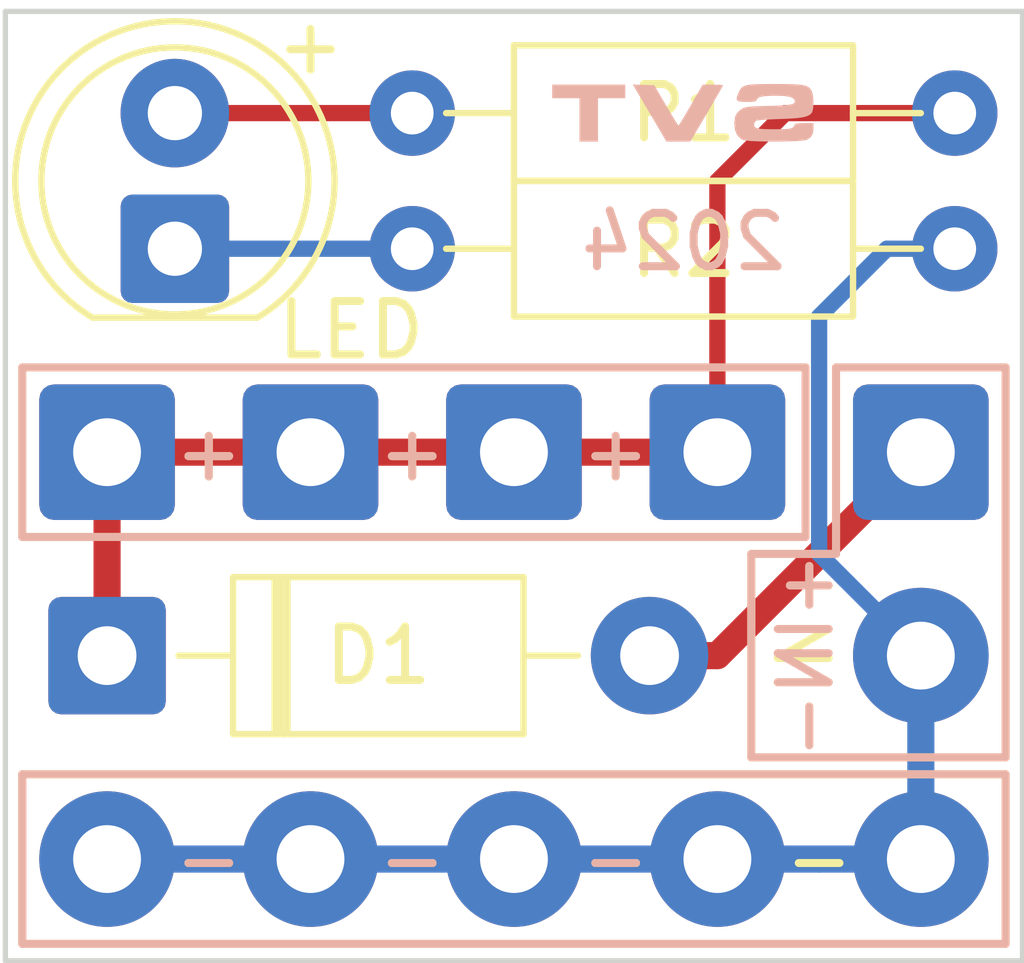
<source format=kicad_pcb>
(kicad_pcb (version 20211014) (generator pcbnew)
  (layers (0 "F.Cu" signal) (31 "B.Cu" signal) (34 "B.Paste" user) (35 "F.Paste" user) (36 "B.SilkS" user "B.Silkscreen") (37 "F.SilkS" user "F.Silkscreen") (38 "B.Mask" user) (39 "F.Mask" user) (44 "Edge.Cuts" user))
  (net 0 "")
  (net 1 "Net-(D2-Pad1)")
  (net 2 "Net-(R1-Pad1)")
  (net 3 "/V+")
  (net 4 "/V-IN")
  (net 5 "/GND")
  (footprint "1-Sanj:SolderWire-0.5sqmm_1x01_D1.27mm_OD2.54mm" (layer "F.Cu") (at 127 53.34)
    (fp_text reference "V3" hide)
    (fp_text value "Conn_01x01_Female" hide)
    (pad "1" thru_hole roundrect (at 0 0) (size 2.54 2.54) (drill 1.27) (layers *.Cu *.Mask) (roundrect_rratio 0.108696) (net 3 "/V+"))
  )
  (footprint "1-Sanj:SolderWire-0.5sqmm_1x01_D1.27mm_OD2.54mm" (layer "F.Cu") (at 123.19 60.96)
    (fp_text reference "G6" hide)
    (fp_text value "Conn_01x01_Female" hide)
    (pad "1" thru_hole circle (at 0 0) (size 2.54 2.54) (drill 1.27) (layers *.Cu *.Mask) (net 5 "/GND"))
  )
  (footprint "1-Sanj:SolderWire-0.5sqmm_1x01_D1.27mm_OD2.54mm" (layer "F.Cu") (at 134.62 53.34)
    (fp_text reference "V5" hide)
    (fp_text value "Conn_01x01_Female" hide)
    (pad "1" thru_hole roundrect (at 0 0) (size 2.54 2.54) (drill 1.27) (layers *.Cu *.Mask) (roundrect_rratio 0.108696) (net 3 "/V+"))
  )
  (footprint "1-Sanj:SolderWire-0.5sqmm_1x01_D1.27mm_OD2.54mm" (layer "F.Cu") (at 138.43 53.34)
    (fp_text reference "V1" hide)
    (fp_text value "Conn_01x01_Female" hide)
    (pad "1" thru_hole roundrect (at 0 0) (size 2.54 2.54) (drill 1.27) (layers *.Cu *.Mask) (roundrect_rratio 0.108696) (net 4 "/V-IN"))
  )
  (footprint "1-Sanj:R_Axial_DIN0207_L6.3mm_D2.5mm_P10.16mm_Horizontal" (layer "F.Cu") (at 128.905 49.53)
    (fp_text reference "R2" (at 5.08 0) (layer "F.SilkS"))
    (fp_text value "R_US" hide)
    (fp_line (start 8.255 -1.27) (end 8.255 1.27) (layer "F.SilkS") (width 0.12))
    (fp_line (start 1.905 0) (end 0.635 0) (layer "F.SilkS") (width 0.12))
    (fp_line (start 1.905 1.27) (end 1.905 -1.27) (layer "F.SilkS") (width 0.12))
    (fp_line (start 8.255 1.27) (end 1.905 1.27) (layer "F.SilkS") (width 0.12))
    (fp_line (start 8.255 0) (end 9.525 0) (layer "F.SilkS") (width 0.12))
    (fp_line (start 1.905 -1.27) (end 8.255 -1.27) (layer "F.SilkS") (width 0.12))
    (pad "1" thru_hole circle (at 0 0) (size 1.6 1.6) (drill 0.8) (layers *.Cu *.Mask) (net 1 "Net-(D2-Pad1)"))
    (pad "2" thru_hole oval (at 10.16 0) (size 1.6 1.6) (drill 0.8) (layers *.Cu *.Mask) (net 5 "/GND"))
  )
  (footprint "1-Sanj:SolderWire-0.5sqmm_1x01_D1.27mm_OD2.54mm" (layer "F.Cu") (at 127 60.96)
    (fp_text reference "G5" hide)
    (fp_text value "Conn_01x01_Female" hide)
    (pad "1" thru_hole circle (at 0 0) (size 2.54 2.54) (drill 1.27) (layers *.Cu *.Mask) (net 5 "/GND"))
  )
  (footprint "1-Sanj:SolderWire-0.5sqmm_1x01_D1.27mm_OD2.54mm" (layer "F.Cu") (at 138.43 60.96)
    (fp_text reference "G2" hide)
    (fp_text value "Conn_01x01_Female" hide)
    (pad "1" thru_hole circle (at 0 0) (size 2.54 2.54) (drill 1.27) (layers *.Cu *.Mask) (net 5 "/GND"))
  )
  (footprint "1-Sanj:SolderWire-0.5sqmm_1x01_D1.27mm_OD2.54mm" (layer "F.Cu") (at 130.81 53.34)
    (fp_text reference "V4" hide)
    (fp_text value "Conn_01x01_Female" hide)
    (pad "1" thru_hole roundrect (at 0 0) (size 2.54 2.54) (drill 1.27) (layers *.Cu *.Mask) (roundrect_rratio 0.108696) (net 3 "/V+"))
  )
  (footprint "Diode_THT:D_DO-41_SOD81_P10.16mm_Horizontal" (layer "F.Cu") (at 123.19 57.15)
    (fp_text reference "D1" (at 5.08 0) (layer "F.SilkS"))
    (fp_text value "1N5817" hide)
    (fp_line (start 8.82 0) (end 7.8 0) (layer "F.SilkS") (width 0.12))
    (fp_line (start 2.36 -1.47) (end 2.36 1.47) (layer "F.SilkS") (width 0.12))
    (fp_line (start 3.14 -1.47) (end 3.14 1.47) (layer "F.SilkS") (width 0.12))
    (fp_line (start 3.38 -1.47) (end 3.38 1.47) (layer "F.SilkS") (width 0.12))
    (fp_line (start 7.8 -1.47) (end 2.36 -1.47) (layer "F.SilkS") (width 0.12))
    (fp_line (start 3.26 -1.47) (end 3.26 1.47) (layer "F.SilkS") (width 0.12))
    (fp_line (start 1.34 0) (end 2.36 0) (layer "F.SilkS") (width 0.12))
    (fp_line (start 2.36 1.47) (end 7.8 1.47) (layer "F.SilkS") (width 0.12))
    (fp_line (start 7.8 1.47) (end 7.8 -1.47) (layer "F.SilkS") (width 0.12))
    (pad "1" thru_hole roundrect (at 0 0) (size 2.2 2.2) (drill 1.1) (layers *.Cu *.Mask) (roundrect_rratio 0.108696) (net 3 "/V+"))
    (pad "2" thru_hole oval (at 10.16 0) (size 2.2 2.2) (drill 1.1) (layers *.Cu *.Mask) (net 4 "/V-IN"))
  )
  (footprint "1-Sanj:SolderWire-0.5sqmm_1x01_D1.27mm_OD2.54mm" (layer "F.Cu") (at 123.19 53.34)
    (fp_text reference "V2" hide)
    (fp_text value "Conn_01x01_Female" hide)
    (pad "1" thru_hole roundrect (at 0 0) (size 2.54 2.54) (drill 1.27) (layers *.Cu *.Mask) (roundrect_rratio 0.108696) (net 3 "/V+"))
  )
  (footprint "LED_THT:LED_D5.0mm" (layer "F.Cu") (at 124.46 49.53 90)
    (fp_text reference "D2" hide)
    (fp_text value "LED" (at -1.524 3.302) (layer "F.SilkS"))
    (fp_line (start -1.29 -1.545) (end -1.29 1.545) (layer "F.SilkS") (width 0.12))
    (fp_arc (start 4.26 -0.000462) (mid 2.072002 2.880433) (end -1.29 1.54483) (layer "F.SilkS") (width 0.12))
    (fp_arc (start -1.29 -1.54483) (mid 2.072002 -2.880433) (end 4.26 0.000462) (layer "F.SilkS") (width 0.12))
    (fp_circle (center 1.27 0) (end 3.77 0) (layer "F.SilkS") (width 0.12) (fill none))
    (pad "1" thru_hole roundrect (at 0 0 90) (size 2.032 2.032) (drill 1.016) (layers *.Cu *.Mask) (roundrect_rratio 0.108696) (net 1 "Net-(D2-Pad1)"))
    (pad "2" thru_hole circle (at 2.54 0 90) (size 2.032 2.032) (drill 1.016) (layers *.Cu *.Mask) (net 2 "Net-(R1-Pad1)"))
  )
  (footprint "1-Sanj:SolderWire-0.5sqmm_1x01_D1.27mm_OD2.54mm" (layer "F.Cu") (at 134.62 60.96)
    (fp_text reference "G3" hide)
    (fp_text value "Conn_01x01_Female" hide)
    (pad "1" thru_hole circle (at 0 0) (size 2.54 2.54) (drill 1.27) (layers *.Cu *.Mask) (net 5 "/GND"))
  )
  (footprint "1-Sanj:SolderWire-0.5sqmm_1x01_D1.27mm_OD2.54mm" (layer "F.Cu") (at 130.81 60.96)
    (fp_text reference "G4" hide)
    (fp_text value "Conn_01x01_Female" hide)
    (pad "1" thru_hole circle (at 0 0) (size 2.54 2.54) (drill 1.27) (layers *.Cu *.Mask) (net 5 "/GND"))
  )
  (footprint "1-Sanj:R_Axial_DIN0207_L6.3mm_D2.5mm_P10.16mm_Horizontal" (layer "F.Cu") (at 128.905 46.99)
    (fp_text reference "R1" (at 5.08 0) (layer "F.SilkS"))
    (fp_text value "R_US" hide)
    (fp_line (start 1.905 1.27) (end 1.905 -1.27) (layer "F.SilkS") (width 0.12))
    (fp_line (start 1.905 -1.27) (end 8.255 -1.27) (layer "F.SilkS") (width 0.12))
    (fp_line (start 8.255 1.27) (end 1.905 1.27) (layer "F.SilkS") (width 0.12))
    (fp_line (start 8.255 -1.27) (end 8.255 1.27) (layer "F.SilkS") (width 0.12))
    (fp_line (start 8.255 0) (end 9.525 0) (layer "F.SilkS") (width 0.12))
    (fp_line (start 1.905 0) (end 0.635 0) (layer "F.SilkS") (width 0.12))
    (pad "1" thru_hole circle (at 0 0) (size 1.6 1.6) (drill 0.8) (layers *.Cu *.Mask) (net 2 "Net-(R1-Pad1)"))
    (pad "2" thru_hole oval (at 10.16 0) (size 1.6 1.6) (drill 0.8) (layers *.Cu *.Mask) (net 3 "/V+"))
  )
  (footprint "1-Sanj:SolderWire-0.5sqmm_1x01_D1.27mm_OD2.54mm" (layer "F.Cu") (at 138.43 57.15)
    (fp_text reference "G1" hide)
    (fp_text value "Conn_01x01_Female" hide)
    (pad "1" thru_hole circle (at 0 0) (size 2.54 2.54) (drill 1.27) (layers *.Cu *.Mask) (net 5 "/GND"))
  )
  (footprint "1-Sanj:SVT_0200" (layer "B.Cu") (at 133.985 46.99 180)
    (fp_text reference "G***" hide)
    (fp_text value "LOGO" hide)
    (fp_poly (pts (xy -1.519833 0.54499) (xy -1.3763 0.542176) (xy -1.267428 0.535746) (xy -1.187354 0.524275) (xy -1.130215 0.50634) (xy -1.090148 0.480518) (xy -1.061291 0.445383) (xy -1.03778 0.399514) (xy -1.0303 0.382029) (xy -1.000613 0.302805) (xy -0.995101 0.252243) (xy -1.019275 0.223986) (xy -1.078644 0.211676) (xy -1.178717 0.208958) (xy -1.180308 0.208958) (xy -1.273545 0.210327) (xy -1.330252 0.215881) (xy -1.360246 0.227792) (xy -1.373347 0.24823) (xy -1.374385 0.251872) (xy -1.395064 0.282184) (xy -1.442289 0.303572) (xy -1.521375 0.317097) (xy -1.637637 0.323819) (xy -1.741115 0.325045) (xy -1.882113 0.320547) (xy -1.982294 0.30626) (xy -2.046431 0.281) (xy -2.079297 0.243581) (xy -2.080436 0.240775) (xy -2.085851 0.210065) (xy -2.072485 0.186247) (xy -2.035597 0.168294) (xy -1.970446 0.155181) (xy -1.87229 0.145885) (xy -1.736389 0.139379) (xy -1.593063 0.135398) (xy -1.438906 0.131404) (xy -1.323614 0.1268) (xy -1.239661 0.120743) (xy -1.179521 0.112394) (xy -1.135666 0.100909) (xy -1.100569 0.085449) (xy -1.08917 0.079064) (xy -1.013272 0.019163) (xy -0.96942 -0.058199) (xy -0.952207 -0.16387) (xy -0.951428 -0.19735) (xy -0.96631 -0.324909) (xy -1.009967 -0.423627) (xy -1.0798 -0.488593) (xy -1.113424 -0.503672) (xy -1.168735 -0.514186) (xy -1.260537 -0.52239) (xy -1.380281 -0.528309) (xy -1.519417 -0.531966) (xy -1.669396 -0.533388) (xy -1.821669 -0.532599) (xy -1.967685 -0.529624) (xy -2.098895 -0.52449) (xy -2.206749 -0.517219) (xy -2.282698 -0.507838) (xy -2.312009 -0.500158) (xy -2.383593 -0.453571) (xy -2.422988 -0.385318) (xy -2.435592 -0.285792) (xy -2.435616 -0.280137) (xy -2.435616 -0.185741) (xy -2.261644 -0.185741) (xy -2.17849 -0.18838) (xy -2.116975 -0.195362) (xy -2.088432 -0.205282) (xy -2.087671 -0.2073) (xy -2.072868 -0.239434) (xy -2.05122 -0.265344) (xy -2.027661 -0.280558) (xy -1.987625 -0.291042) (xy -1.923606 -0.297568) (xy -1.828101 -0.300906) (xy -1.696315 -0.301829) (xy -1.555529 -0.300575) (xy -1.454675 -0.295707) (xy -1.387334 -0.285566) (xy -1.347087 -0.268494) (xy -1.327515 -0.24283) (xy -1.322198 -0.206916) (xy -1.322191 -0.205132) (xy -1.34077 -0.16112) (xy -1.362785 -0.143115) (xy -1.398505 -0.135582) (xy -1.472167 -0.127842) (xy -1.575326 -0.120516) (xy -1.699538 -0.114223) (xy -1.809315 -0.110323) (xy -1.991399 -0.103165) (xy -2.132734 -0.092711) (xy -2.238914 -0.077752) (xy -2.315535 -0.057076) (xy -2.368194 -0.029475) (xy -2.402486 0.006264) (xy -2.410553 0.019725) (xy -2.42754 0.080652) (xy -2.434625 0.168933) (xy -2.432197 0.266646) (xy -2.420648 0.355867) (xy -2.401915 0.415798) (xy -2.377608 0.454881) (xy -2.346124 0.485331) (xy -2.30181 0.5082) (xy -2.239017 0.524538) (xy -2.15209 0.535397) (xy -2.03538 0.541828) (xy -1.883233 0.544882) (xy -1.703889 0.545612)) (layer "B.SilkS") (width 0) (fill solid))
    (fp_poly (pts (xy 0.774478 0.238877) (xy 0.696555 0.107008) (xy 0.612125 -0.036247) (xy 0.531048 -0.174133) (xy 0.463187 -0.289897) (xy 0.459604 -0.296024) (xy 0.320484 -0.534004) (xy 0.096452 -0.533879) (xy -0.12758 -0.533753) (xy -0.434931 -0.012369) (xy -0.517429 0.128039) (xy -0.591558 0.255086) (xy -0.65421 0.363372) (xy -0.702275 0.447496) (xy -0.732644 0.502059) (xy -0.742283 0.52151) (xy -0.720891 0.52721) (xy -0.663922 0.531495) (xy -0.582187 0.533669) (xy -0.550913 0.533805) (xy -0.359543 0.533606) (xy -0.139178 0.150914) (xy -0.069868 0.031624) (xy -0.00818 -0.07251) (xy 0.042111 -0.15528) (xy 0.07723 -0.21048) (xy 0.093401 -0.231902) (xy 0.093685 -0.231977) (xy 0.108727 -0.212962) (xy 0.143103 -0.15993) (xy 0.192981 -0.079095) (xy 0.254528 0.023329) (xy 0.323912 0.141128) (xy 0.326235 0.145109) (xy 0.546289 0.522395) (xy 0.950231 0.535799)) (layer "B.SilkS") (width 0) (fill solid))
    (fp_poly (pts (xy 2.458813 0.27861) (xy 1.948493 0.27861) (xy 1.948493 -0.534004) (xy 1.600548 -0.534004) (xy 1.600548 0.27861) (xy 1.090229 0.27861) (xy 1.090229 0.534003) (xy 2.458813 0.534003)) (layer "B.SilkS") (width 0) (fill solid))
  )
  (gr_line (start 121.6025 59.3725) (end 140.0175 59.3725) (layer "B.SilkS") (width 0.15))
  (gr_line (start 121.6025 54.9275) (end 136.271 54.9275) (layer "B.SilkS") (width 0.15))
  (gr_line (start 140.0175 62.5475) (end 121.6025 62.5475) (layer "B.SilkS") (width 0.15))
  (gr_line (start 121.6025 62.5475) (end 121.6025 59.3725) (layer "B.SilkS") (width 0.15))
  (gr_line (start 140.0175 51.7525) (end 136.8425 51.7525) (layer "B.SilkS") (width 0.15))
  (gr_line (start 136.271 54.9275) (end 136.271 51.7525) (layer "B.SilkS") (width 0.15))
  (gr_line (start 121.6025 62.5475) (end 121.6025 59.3725) (layer "B.SilkS") (width 0.15))
  (gr_line (start 140.0175 62.5475) (end 140.0175 59.3725) (layer "B.SilkS") (width 0.15))
  (gr_line (start 121.6025 51.7525) (end 121.6025 54.9275) (layer "B.SilkS") (width 0.15))
  (gr_line (start 136.8425 51.7525) (end 136.8425 55.245) (layer "B.SilkS") (width 0.15))
  (gr_line (start 135.255 55.245) (end 136.8425 55.245) (layer "B.SilkS") (width 0.15))
  (gr_line (start 140.0175 59.055) (end 140.0175 51.7525) (layer "B.SilkS") (width 0.15))
  (gr_line (start 135.255 59.055) (end 135.255 55.245) (layer "B.SilkS") (width 0.15))
  (gr_line (start 136.271 51.7525) (end 121.6025 51.7525) (layer "B.SilkS") (width 0.15))
  (gr_line (start 135.255 59.055) (end 140.0175 59.055) (layer "B.SilkS") (width 0.15))
  (gr_line (start 121.6025 59.3725) (end 140.0175 59.3725) (layer "F.SilkS") (width 0.15))
  (gr_line (start 135.255 55.245) (end 135.255 59.055) (layer "F.SilkS") (width 0.15))
  (gr_line (start 121.6025 62.5475) (end 121.6025 59.3725) (layer "F.SilkS") (width 0.15))
  (gr_line (start 140.0175 51.7525) (end 136.8425 51.7525) (layer "F.SilkS") (width 0.15))
  (gr_line (start 136.271 54.9275) (end 136.271 51.7525) (layer "F.SilkS") (width 0.15))
  (gr_line (start 136.8425 55.245) (end 136.8425 51.7525) (layer "F.SilkS") (width 0.15))
  (gr_line (start 140.0175 62.5475) (end 121.6025 62.5475) (layer "F.SilkS") (width 0.15))
  (gr_line (start 135.255 59.055) (end 140.0175 59.055) (layer "F.SilkS") (width 0.15))
  (gr_line (start 121.6025 54.9275) (end 136.271 54.9275) (layer "F.SilkS") (width 0.15))
  (gr_line (start 135.255 55.245) (end 136.8425 55.245) (layer "F.SilkS") (width 0.15))
  (gr_line (start 140.0175 59.3725) (end 140.0175 62.5475) (layer "F.SilkS") (width 0.15))
  (gr_line (start 121.6025 51.7525) (end 121.6025 54.9275) (layer "F.SilkS") (width 0.15))
  (gr_line (start 140.0175 51.7525) (end 140.0175 59.055) (layer "F.SilkS") (width 0.15))
  (gr_line (start 136.271 51.7525) (end 121.6025 51.7525) (layer "F.SilkS") (width 0.15))
  (gr_line (start 140.335 45.085) (end 140.335 62.865) (layer "Edge.Cuts") (width 0.1))
  (gr_line (start 121.285 45.085) (end 140.335 45.085) (layer "Edge.Cuts") (width 0.1))
  (gr_line (start 121.285 62.865) (end 121.285 45.085) (layer "Edge.Cuts") (width 0.1))
  (gr_line (start 140.335 62.865) (end 121.285 62.865) (layer "Edge.Cuts") (width 0.1))
  (gr_text "-" (at 125.095 60.96) (layer "B.SilkS") (effects (font (size 1 1)) (justify mirror)))
  (gr_text "+IN-" (at 136.271 57.15 90) (layer "B.SilkS") (effects (font (size 0.9525 0.9525)) (justify mirror)))
  (gr_text "+" (at 128.905 53.34) (layer "B.SilkS") (effects (font (size 1 1)) (justify mirror)))
  (gr_text "+" (at 125.095 53.34) (layer "B.SilkS") (effects (font (size 1 1)) (justify mirror)))
  (gr_text "+" (at 132.715 53.34) (layer "B.SilkS") (effects (font (size 1 1)) (justify mirror)))
  (gr_text "2024" (at 133.985 49.403) (layer "B.SilkS") (effects (font (size 1 1)) (justify mirror)))
  (gr_text "-" (at 128.905 60.96) (layer "B.SilkS") (effects (font (size 1 1)) (justify mirror)))
  (gr_text "-" (at 132.715 60.96) (layer "B.SilkS") (effects (font (size 1 1)) (justify mirror)))
  (gr_text "-" (at 128.905 60.96) (layer "F.SilkS") (effects (font (size 1 1))))
  (gr_text "-" (at 132.715 60.96) (layer "F.SilkS") (effects (font (size 1 1))))
  (gr_text "-IN+" (at 136.271 57.15 90) (layer "F.SilkS") (effects (font (size 0.9525 0.9525))))
  (gr_text "-" (at 136.525 60.96) (layer "F.SilkS") (effects (font (size 1 1))))
  (gr_text "+" (at 132.715 53.34) (layer "F.SilkS") (effects (font (size 1 1))))
  (gr_text "+" (at 127 45.72) (layer "F.SilkS") (effects (font (size 1 1))))
  (gr_text "+" (at 128.905 53.34) (layer "F.SilkS") (effects (font (size 1 1))))
  (gr_text "-" (at 125.095 60.96) (layer "F.SilkS") (effects (font (size 1 1))))
  (gr_text "+" (at 125.095 53.34) (layer "F.SilkS") (effects (font (size 1 1))))
  (segment (start 128.905 49.53) (end 124.46 49.53) (width 0.3048) (layer "B.Cu") (net 1))
  (segment (start 128.905 46.99) (end 124.46 46.99) (width 0.3048) (layer "F.Cu") (net 2))
  (segment (start 134.62 48.26) (end 134.62 53.34) (width 0.3048) (layer "F.Cu") (net 3))
  (segment (start 135.89 46.99) (end 134.62 48.26) (width 0.3048) (layer "F.Cu") (net 3))
  (segment (start 123.19 57.15) (end 123.19 53.34) (width 0.508) (layer "F.Cu") (net 3))
  (segment (start 127 53.34) (end 130.81 53.34) (width 0.508) (layer "F.Cu") (net 3))
  (segment (start 139.065 46.99) (end 135.89 46.99) (width 0.3048) (layer "F.Cu") (net 3))
  (segment (start 130.81 53.34) (end 134.62 53.34) (width 0.508) (layer "F.Cu") (net 3))
  (segment (start 123.19 53.34) (end 127 53.34) (width 0.508) (layer "F.Cu") (net 3))
  (segment (start 134.62 57.15) (end 133.35 57.15) (width 0.508) (layer "F.Cu") (net 4))
  (segment (start 138.43 53.34) (end 134.62 57.15) (width 0.508) (layer "F.Cu") (net 4))
  (segment (start 130.81 60.96) (end 127 60.96) (width 0.508) (layer "B.Cu") (net 5))
  (segment (start 127 60.96) (end 123.19 60.96) (width 0.508) (layer "B.Cu") (net 5))
  (segment (start 134.62 60.96) (end 130.81 60.96) (width 0.508) (layer "B.Cu") (net 5))
  (segment (start 138.43 60.96) (end 138.43 57.15) (width 0.508) (layer "B.Cu") (net 5))
  (segment (start 138.43 60.96) (end 136.525 60.96) (width 0.508) (layer "B.Cu") (net 5))
  (segment (start 139.065 49.53) (end 137.795 49.53) (width 0.3048) (layer "B.Cu") (net 5))
  (segment (start 136.525 60.96) (end 134.62 60.96) (width 0.508) (layer "B.Cu") (net 5))
  (segment (start 137.795 49.53) (end 136.525 50.8) (width 0.3048) (layer "B.Cu") (net 5))
  (segment (start 136.525 55.245) (end 138.43 57.15) (width 0.3048) (layer "B.Cu") (net 5))
  (segment (start 136.525 50.8) (end 136.525 55.245) (width 0.3048) (layer "B.Cu") (net 5))
)
</source>
